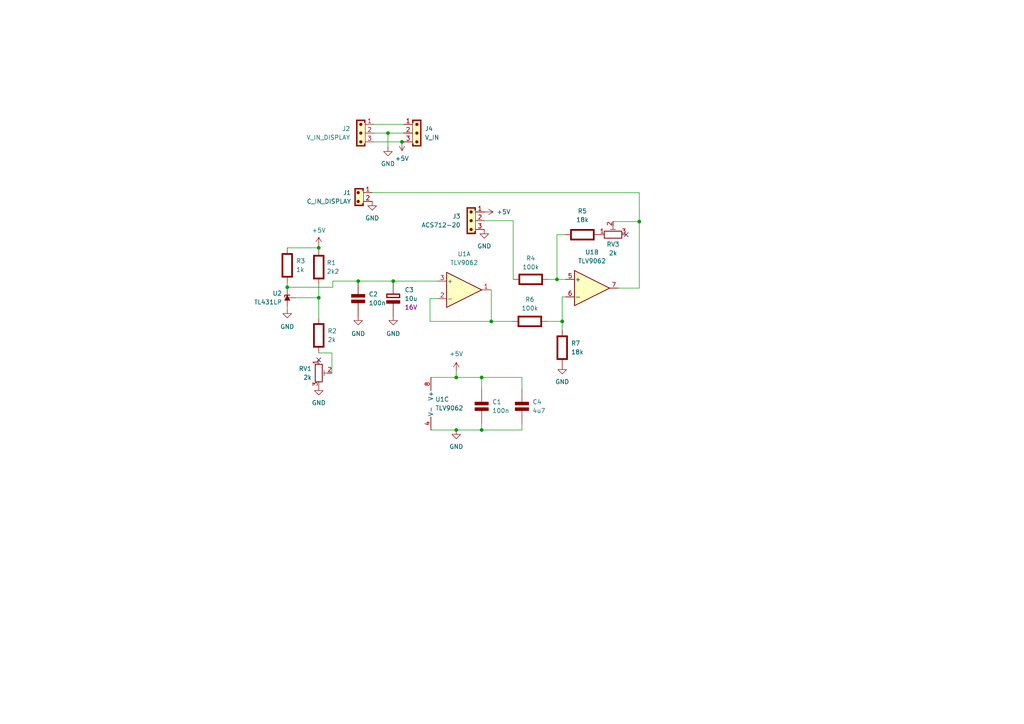
<source format=kicad_sch>
(kicad_sch (version 20250114) (generator "eeschema") (generator_version "9.0")
  (paper "A4")
  (lib_symbols
    (symbol "Amplifier_Operational:TLV9062" (pin_names (offset 0.127))
      (property "Reference" "U" (at 0 5.08 0))
      (property "Value" "TLV9062" (at 0 -5.08 0))
      (symbol "TLV9062_1_1"
        (polyline (pts (xy -5.08 5.08) (xy 5.08 0) (xy -5.08 -5.08) (xy -5.08 5.08)) (stroke (width 0.254)) (fill (type background)))
        (pin input line (at -7.62 2.54 0) (length 2.54) (name "+") (number "3"))
        (pin input line (at -7.62 -2.54 0) (length 2.54) (name "-") (number "2"))
        (pin output line (at 7.62 0 180) (length 2.54) (name "~") (number "1"))
      )
      (symbol "TLV9062_2_1"
        (polyline (pts (xy -5.08 5.08) (xy 5.08 0) (xy -5.08 -5.08) (xy -5.08 5.08)) (stroke (width 0.254)) (fill (type background)))
        (pin input line (at -7.62 2.54 0) (length 2.54) (name "+") (number "5"))
        (pin input line (at -7.62 -2.54 0) (length 2.54) (name "-") (number "6"))
        (pin output line (at 7.62 0 180) (length 2.54) (name "~") (number "7"))
      )
      (symbol "TLV9062_3_1"
        (pin power_in line (at -2.54 7.62 270) (length 3.81) (name "V+") (number "8"))
        (pin power_in line (at -2.54 -7.62 90) (length 3.81) (name "V-") (number "4"))
      )
    )
    (symbol "Device:R_Potentiometer_Trim" (pin_names (offset 1.016) (hide yes))
      (property "Reference" "RV" (at -4.445 0 90))
      (property "Value" "R_Potentiometer_Trim" (at -2.54 0 90))
      (symbol "R_Potentiometer_Trim_0_1"
        (rectangle (start 1.016 2.54) (end -1.016 -2.54) (stroke (width 0.254)))
        (polyline (pts (xy 1.524 0.762) (xy 1.524 -0.762)))
        (polyline (pts (xy 2.54 0) (xy 1.524 0)))
      )
      (symbol "R_Potentiometer_Trim_1_1"
        (pin passive line (at 0 3.81 270) (length 1.27) (name "1") (number "1"))
        (pin passive line (at 0 -3.81 90) (length 1.27) (name "3") (number "3"))
        (pin passive line (at 3.81 0 180) (length 1.27) (name "2") (number "2"))
      )
    )
    (symbol "PCM_4ms_Connector:+5V" (power) (pin_numbers (hide yes)) (pin_names (offset 0) (hide yes))
      (property "Value" "+5V" (at 0 3.556 0))
      (symbol "+5V_0_1"
        (polyline (pts (xy -0.762 1.27) (xy 0 2.54)))
        (polyline (pts (xy 0 2.54) (xy 0.762 1.27)))
        (polyline (pts (xy 0 0) (xy 0 2.54)))
      )
      (symbol "+5V_1_1"
        (pin power_in line (at 0 0 90) (length 0) (name "~") (number "1"))
      )
    )
    (symbol "PCM_4ms_Connector:C" (pin_numbers (hide yes)) (pin_names (offset 0) (hide yes))
      (property "Reference" "C" (at 0.635 3.175 0))
      (property "Value" "C" (at 0.635 -3.175 0))
      (symbol "C_1_1"
        (rectangle (start -1.905 1.1938) (end 1.905 0.4318) (stroke (width 0.254)) (fill (type outline)))
        (rectangle (start -1.905 -0.4318) (end 1.905 -1.1938) (stroke (width 0.254)) (fill (type outline)))
        (pin passive line (at 0 5.08 270) (length 3.8862) (name "+") (number "1"))
        (pin passive line (at 0 -5.08 90) (length 3.8862) (name "-") (number "2"))
      )
      (symbol "C_1_2"
        (polyline (pts (xy -1.905 0.4318) (xy 1.905 0.4318) (xy 1.905 1.4986) (xy -1.905 1.4986) (xy -1.905 0.4318) (xy -1.8034 0.5334) (xy -1.8034 1.397) (xy 1.8034 1.397) (xy 1.8034 0.5334) (xy -1.8034 0.5334) (xy -1.905 0.4318)) (stroke (width 0.254)) (fill (type outline)))
        (polyline (pts (xy -1.905 -1.4986) (xy 1.905 -1.4986) (xy 1.905 -0.4318) (xy -1.905 -0.4318) (xy -1.905 -1.4986) (xy -1.8034 -1.397) (xy -1.8034 -0.5334) (xy 1.8034 -0.5334) (xy 1.8034 -1.397) (xy -1.8034 -1.397) (xy -1.905 -1.4986)) (stroke (width 0.254)) (fill (type outline)))
        (pin passive line (at 0 5.08 270) (length 3.5814) (name "+") (number "1"))
        (pin passive line (at 0 -5.08 90) (length 3.5814) (name "-") (number "2"))
      )
    )
    (symbol "PCM_4ms_Connector:C-polar" (pin_numbers (hide yes)) (pin_names (offset 0) (hide yes))
      (property "Reference" "C" (at 0.635 3.175 0))
      (property "Value" "C-polar" (at 0.635 -3.175 0))
      (property "Rating" "V" (at -0.635 -3.175 0))
      (symbol "C-polar_1_1"
        (polyline (pts (xy -1.905 0.2794) (xy 1.905 0.2794) (xy 1.905 1.3462) (xy -1.905 1.3462) (xy -1.905 0.2794) (xy -1.8034 0.381) (xy -1.8034 1.2446) (xy 1.8034 1.2446) (xy 1.8034 0.381) (xy -1.8034 0.381) (xy -1.905 0.2794)) (stroke (width 0.254)) (fill (type outline)))
        (rectangle (start -1.905 -0.5842) (end 1.905 -1.3462) (stroke (width 0.254)) (fill (type outline)))
        (pin passive line (at 0 5.08 270) (length 3.7338) (name "+") (number "1"))
        (pin passive line (at 0 -5.08 90) (length 3.7338) (name "-") (number "2"))
      )
      (symbol "C-polar_1_2"
        (polyline (pts (xy -1.905 0.4318) (xy 1.905 0.4318) (xy 1.905 1.4986) (xy -1.905 1.4986) (xy -1.905 0.4318) (xy -1.8034 0.5334) (xy -1.8034 1.397) (xy 1.8034 1.397) (xy 1.8034 0.5334) (xy -1.8034 0.5334) (xy -1.905 0.4318)) (stroke (width 0.254)) (fill (type outline)))
        (rectangle (start -1.905 -0.4318) (end 1.905 -1.1938) (stroke (width 0.254)) (fill (type outline)))
        (pin passive line (at 0 5.08 270) (length 3.5814) (name "+") (number "1"))
        (pin passive line (at 0 -5.08 90) (length 3.8862) (name "-") (number "2"))
      )
    )
    (symbol "PCM_4ms_Connector:GND" (power) (pin_numbers (hide yes)) (pin_names (offset 0) (hide yes))
      (property "Value" "GND" (at 0 -3.81 0))
      (symbol "GND_0_1"
        (polyline (pts (xy 0 0) (xy 0 -1.27) (xy 1.27 -1.27) (xy 0 -2.54) (xy -1.27 -1.27) (xy 0 -1.27)))
      )
      (symbol "GND_1_1"
        (pin power_in line (at 0 0 270) (length 0) (name "~") (number "1"))
      )
    )
    (symbol "PCM_4ms_Connector:R" (pin_numbers (hide yes)) (pin_names (offset 0) (hide yes))
      (property "Reference" "R" (at 2.54 3.175 0))
      (property "Value" "R" (at 0 0 90))
      (symbol "R_1_1"
        (polyline (pts (xy -1.524 -3.429) (xy 1.524 -3.429) (xy 1.524 3.429) (xy -1.524 3.429) (xy -1.524 -3.429) (xy -1.27 -3.175) (xy -1.27 3.175) (xy 1.27 3.175) (xy 1.27 -3.175) (xy -1.27 -3.175) (xy -1.524 -3.429)) (stroke (width 0.254)) (fill (type outline)))
        (pin passive line (at 0 5.08 270) (length 1.651) (name "+") (number "1"))
        (pin passive line (at 0 -5.08 90) (length 1.651) (name "-") (number "2"))
      )
      (symbol "R_1_2"
        (polyline (pts (xy -0.508 -3.429) (xy 1.524 -3.429) (xy 1.524 3.429) (xy -0.508 3.429) (xy -0.508 3.175) (xy 1.27 3.175) (xy 1.27 -3.175) (xy -0.508 -3.175) (xy -0.508 -3.429)) (stroke (width 0.254)) (fill (type outline)))
        (pin passive line (at 0 5.08 270) (length 1.651) (name "+") (number "1"))
        (pin passive line (at 0 -5.08 90) (length 1.651) (name "-") (number "2"))
      )
      (symbol "R_1_3"
        (polyline (pts (xy 0 3.4798) (xy 0 3.2004) (xy 0.7112 2.794) (xy -1.1938 1.6764) (xy 0.7112 0.5588) (xy -1.1938 -0.5588) (xy 0.7112 -1.6764) (xy -1.1938 -2.794) (xy 0 -3.4798) (xy 0 -3.2004) (xy -0.7112 -2.794) (xy 1.1938 -1.6764) (xy -0.7112 -0.5588) (xy 1.1938 0.5588) (xy -0.7112 1.6764) (xy 1.1938 2.794) (xy 0 3.4798)) (stroke (width 0.254)) (fill (type outline)))
        (pin passive line (at 0 5.08 270) (length 1.6002) (name "+") (number "1"))
        (pin passive line (at 0 -5.08 90) (length 1.6002) (name "-") (number "2"))
      )
      (symbol "R_1_4"
        (polyline (pts (xy 0 4.5466) (xy 0 4.2672) (xy 0.0508 4.2418) (xy 1.016 3.683) (xy -1.524 2.2098) (xy 1.016 0.7366) (xy -1.524 -0.7366) (xy 1.016 -2.2098) (xy -1.524 -3.683) (xy -0.0762 -4.5212) (xy 0 -4.5466) (xy 0 -4.2672) (xy -0.0508 -4.2418) (xy -1.016 -3.683) (xy 1.524 -2.2098) (xy -1.016 -0.7366) (xy 1.524 0.7366) (xy -1.016 2.2098) (xy 1.524 3.683) (xy 0.0762 4.5212) (xy 0 4.5466)) (stroke (width 0.254)) (fill (type outline)))
        (pin passive line (at 0 5.08 270) (length 0.5334) (name "+") (number "1"))
        (pin passive line (at 0 -5.08 90) (length 0.5334) (name "-") (number "2"))
      )
    )
    (symbol "PCM_4ms_Connector:TL431LP" (pin_numbers (hide yes)) (pin_names (hide yes))
      (property "Reference" "U" (at -2.54 2.54 0))
      (property "Value" "TL431LP" (at 0 -2.54 0))
      (symbol "TL431LP_0_1"
        (polyline (pts (xy -1.27 0) (xy 0 0) (xy 1.27 0)))
        (polyline (pts (xy -0.762 -0.762) (xy -0.762 0.762) (xy 0.762 0) (xy -0.762 -0.762)) (fill (type outline)))
        (polyline (pts (xy 0.254 -0.762) (xy 0.762 -0.762) (xy 0.762 0.762) (xy 0.762 0.762)) (stroke (width 0.254)))
      )
      (symbol "TL431LP_1_1"
        (pin passive line (at -2.54 0 0) (length 2.54) (name "A") (number "2"))
        (pin passive line (at 0 2.54 270) (length 2.54) (name "REF") (number "1"))
        (pin passive line (at 2.54 0 180) (length 2.54) (name "K") (number "3"))
      )
    )
    (symbol "PCM_SL_Connectors:JST_02"
      (property "Reference" "J" (at 0 7.62 0))
      (property "Value" "JST_02" (at 0 5.08 0))
      (symbol "JST_02_0_1"
        (rectangle (start -1.27 2.54) (end 1.27 -2.54) (fill (type background)))
        (polyline (pts (xy -1.27 -1.778) (xy -1.27 -2.54) (xy 1.27 -2.54) (xy 1.27 -1.778) (xy 1.016 -1.778) (xy 1.016 -2.286) (xy -1.016 -2.286) (xy -1.016 -1.778) (xy -1.27 -1.778)) (fill (type outline)))
        (circle (center 0.254 1.27) (radius 0.381) (fill (type outline)))
        (circle (center 0.254 -1.27) (radius 0.381) (fill (type outline)))
        (rectangle (start 1.016 1.778) (end 1.27 -1.778) (fill (type outline)))
        (polyline (pts (xy 1.27 1.778) (xy 1.27 2.54) (xy -1.27 2.54) (xy -1.27 1.778) (xy -1.016 1.778) (xy -1.016 2.286) (xy 1.016 2.286) (xy 1.016 1.778) (xy 1.27 1.778)) (fill (type outline)))
      )
      (symbol "JST_02_1_1"
        (pin passive line (at -3.81 1.27 0) (length 2.54) (name "") (number "1"))
        (pin passive line (at -3.81 -1.27 0) (length 2.54) (name "") (number "2"))
      )
    )
    (symbol "PCM_SL_Connectors:JST_03"
      (property "Reference" "J" (at 0 8.89 0))
      (property "Value" "JST_03" (at 0 6.35 0))
      (symbol "JST_03_0_1"
        (rectangle (start -1.27 3.81) (end 1.27 -3.81) (fill (type background)))
        (polyline (pts (xy -1.27 -3.048) (xy -1.27 -3.81) (xy 1.27 -3.81) (xy 1.27 -3.048) (xy 1.016 -3.048) (xy 1.016 -3.556) (xy -1.016 -3.556) (xy -1.016 -3.048) (xy -1.27 -3.048)) (fill (type outline)))
        (circle (center 0 2.54) (radius 0.381) (fill (type outline)))
        (circle (center 0 0) (radius 0.381) (fill (type outline)))
        (circle (center 0 -2.54) (radius 0.381) (fill (type outline)))
        (rectangle (start 1.016 3.048) (end 1.27 -3.048) (fill (type outline)))
        (polyline (pts (xy 1.27 3.048) (xy 1.27 3.81) (xy -1.27 3.81) (xy -1.27 3.048) (xy -1.016 3.048) (xy -1.016 3.556) (xy 1.016 3.556) (xy 1.016 3.048) (xy 1.27 3.048)) (fill (type outline)))
      )
      (symbol "JST_03_1_1"
        (pin passive line (at -3.81 2.54 0) (length 2.54) (name "") (number "1"))
        (pin passive line (at -3.81 0 0) (length 2.54) (name "") (number "2"))
        (pin passive line (at -3.81 -2.54 0) (length 2.54) (name "") (number "3"))
      )
    )
  )
  (junction (at 139.7 124.714))
  (junction (at 116.586 41.148))
  (junction (at 112.522 38.608))
  (junction (at 114.046 81.534))
  (junction (at 142.494 93.218))
  (junction (at 163.068 93.218))
  (junction (at 161.544 81.026))
  (junction (at 132.334 109.474))
  (junction (at 132.334 124.714))
  (junction (at 139.7 109.474))
  (junction (at 92.456 71.882))
  (junction (at 92.456 86.36))
  (junction (at 103.886 81.534))
  (junction (at 83.312 83.312))
  (junction (at 185.42 64.262))
  (no_connect (at 92.456 104.394))
  (no_connect (at 181.61 68.072))
  (wire (pts (xy 163.83 68.072) (xy 161.544 68.072)))
  (wire (pts (xy 83.312 83.312) (xy 83.312 83.82)))
  (wire (pts (xy 139.7 124.714) (xy 139.7 122.936)))
  (wire (pts (xy 96.52 83.312) (xy 83.312 83.312)))
  (wire (pts (xy 163.068 86.106) (xy 163.068 93.218)))
  (wire (pts (xy 151.384 124.714) (xy 139.7 124.714)))
  (wire (pts (xy 142.494 93.218) (xy 148.59 93.218)))
  (wire (pts (xy 83.312 82.042) (xy 83.312 83.312)))
  (wire (pts (xy 103.886 81.534) (xy 114.046 81.534)))
  (wire (pts (xy 124.714 86.614) (xy 124.714 93.218)))
  (wire (pts (xy 185.42 83.566) (xy 185.42 64.262)))
  (wire (pts (xy 148.844 64.008) (xy 148.844 81.026)))
  (wire (pts (xy 142.494 93.218) (xy 142.494 84.074)))
  (wire (pts (xy 124.968 124.714) (xy 132.334 124.714)))
  (wire (pts (xy 142.494 84.074) (xy 142.24 84.074)))
  (wire (pts (xy 114.046 81.534) (xy 127 81.534)))
  (wire (pts (xy 159.004 81.026) (xy 161.544 81.026)))
  (wire (pts (xy 108.458 41.148) (xy 116.586 41.148)))
  (wire (pts (xy 83.312 89.662) (xy 83.312 88.9)))
  (wire (pts (xy 158.75 93.218) (xy 163.068 93.218)))
  (wire (pts (xy 96.52 81.534) (xy 96.52 83.312)))
  (wire (pts (xy 117.094 36.068) (xy 108.458 36.068)))
  (wire (pts (xy 132.334 124.714) (xy 139.7 124.714)))
  (wire (pts (xy 185.42 55.88) (xy 107.95 55.88)))
  (wire (pts (xy 140.462 64.008) (xy 148.844 64.008)))
  (wire (pts (xy 139.7 109.474) (xy 139.7 112.776)))
  (wire (pts (xy 103.886 81.534) (xy 96.52 81.534)))
  (wire (pts (xy 92.456 71.882) (xy 92.456 72.39)))
  (wire (pts (xy 163.068 93.218) (xy 163.068 95.758)))
  (wire (pts (xy 151.384 109.474) (xy 139.7 109.474)))
  (wire (pts (xy 112.522 38.608) (xy 112.522 42.672)))
  (wire (pts (xy 127 86.614) (xy 124.714 86.614)))
  (wire (pts (xy 83.312 71.882) (xy 92.456 71.882)))
  (wire (pts (xy 92.456 86.36) (xy 85.852 86.36)))
  (wire (pts (xy 161.544 81.026) (xy 164.084 81.026)))
  (wire (pts (xy 132.334 109.474) (xy 124.968 109.474)))
  (wire (pts (xy 185.42 64.262) (xy 185.42 55.88)))
  (wire (pts (xy 96.266 102.362) (xy 92.456 102.362)))
  (wire (pts (xy 164.084 86.106) (xy 163.068 86.106)))
  (wire (pts (xy 92.456 82.55) (xy 92.456 86.36)))
  (wire (pts (xy 117.094 38.608) (xy 112.522 38.608)))
  (wire (pts (xy 96.266 108.204) (xy 96.266 102.362)))
  (wire (pts (xy 179.324 83.566) (xy 185.42 83.566)))
  (wire (pts (xy 92.456 86.36) (xy 92.456 92.202)))
  (wire (pts (xy 151.384 112.776) (xy 151.384 109.474)))
  (wire (pts (xy 92.456 71.374) (xy 92.456 71.882)))
  (wire (pts (xy 177.8 64.262) (xy 185.42 64.262)))
  (wire (pts (xy 161.544 68.072) (xy 161.544 81.026)))
  (wire (pts (xy 112.522 38.608) (xy 108.458 38.608)))
  (wire (pts (xy 139.7 109.474) (xy 132.334 109.474)))
  (wire (pts (xy 124.714 93.218) (xy 142.494 93.218)))
  (wire (pts (xy 151.384 122.936) (xy 151.384 124.714)))
  (wire (pts (xy 116.586 41.148) (xy 117.094 41.148)))
  (wire (pts (xy 132.334 107.696) (xy 132.334 109.474)))
  (symbol (lib_id "PCM_4ms_Connector:R") (at 153.67 93.218 90) (unit 1)
    (property "Reference" "R6" (at 153.67 86.868 90))
    (property "Value" "100k" (at 153.67 89.408 90))
    (property "Footprint" "Resistor_THT:R_Axial_DIN0309_L9.0mm_D3.2mm_P15.24mm_Horizontal" (effects (hide yes)))
    (property "Description" "resistor" (effects (hide yes)))
    (property "Indicator" "+" (effects (hide yes)))
    (property "Rating" "%1" (effects (hide yes)))
  )
  (symbol (lib_id "PCM_4ms_Connector:R") (at 83.312 76.962 0) (unit 1)
    (property "Reference" "R3" (at 85.852 75.6919 0) (effects (justify left)))
    (property "Value" "1k" (at 85.852 78.2319 0) (effects (justify left)))
    (property "Footprint" "Resistor_THT:R_Axial_DIN0204_L3.6mm_D1.6mm_P7.62mm_Horizontal" (effects (hide yes)))
    (property "Description" "resistor" (effects (hide yes)))
    (property "Indicator" "+" (effects (hide yes)))
  )
  (symbol (lib_id "PCM_4ms_Connector:GND") (at 107.95 58.42 0) (unit 1)
    (property "Reference" "#PWR03" (effects (hide yes)))
    (property "Value" "GND" (at 107.95 63.246 0))
    (property "Description" "Power symbol creates a global label with name \"GND\" , ground" (effects (hide yes)))
  )
  (symbol (lib_id "Device:R_Potentiometer_Trim") (at 177.8 68.072 90) (unit 1)
    (property "Reference" "RV3" (at 177.8 70.866 90))
    (property "Value" "2k" (at 177.8 73.406 90))
    (property "Footprint" "Potentiometer_THT:Potentiometer_Bourns_3296W_Vertical" (effects (hide yes)))
    (property "Description" "Trim-potentiometer" (effects (hide yes)))
  )
  (symbol (lib_id "PCM_4ms_Connector:GND") (at 112.522 42.672 0) (unit 1)
    (property "Reference" "#PWR01" (effects (hide yes)))
    (property "Value" "GND" (at 112.522 47.498 0))
    (property "Description" "Power symbol creates a global label with name \"GND\" , ground" (effects (hide yes)))
  )
  (symbol (lib_id "PCM_4ms_Connector:+5V") (at 140.462 61.468 270) (unit 1)
    (property "Reference" "#PWR011" (effects (hide yes)))
    (property "Value" "+5V" (at 144.018 61.4679 90) (effects (justify left)))
    (property "Description" "Power symbol creates a global label with name \"+5V\"" (effects (hide yes)))
  )
  (symbol (lib_id "PCM_4ms_Connector:GND") (at 132.334 124.714 0) (unit 1)
    (property "Reference" "#PWR05" (effects (hide yes)))
    (property "Value" "GND" (at 132.334 129.54 0))
    (property "Description" "Power symbol creates a global label with name \"GND\" , ground" (effects (hide yes)))
  )
  (symbol (lib_id "Amplifier_Operational:TLV9062") (at 134.62 84.074 0) (unit 1)
    (property "Reference" "U1" (at 134.62 73.66 0))
    (property "Value" "TLV9062" (at 134.62 76.2 0))
    (property "Footprint" "Package_DIP:DIP-8_W7.62mm_Socket" (effects (hide yes)))
    (property "Datasheet" "https://www.ti.com/lit/ds/symlink/tlv9062.pdf" (effects (hide yes)))
    (property "Description" "Dual Operational Amplifiers, SOIC-8/TSSOP-8/VSSOP-8" (effects (hide yes)))
  )
  (symbol (lib_id "PCM_4ms_Connector:GND") (at 140.462 66.548 0) (unit 1)
    (property "Reference" "#PWR012" (effects (hide yes)))
    (property "Value" "GND" (at 140.462 71.374 0))
    (property "Description" "Power symbol creates a global label with name \"GND\" , ground" (effects (hide yes)))
  )
  (symbol (lib_id "PCM_4ms_Connector:TL431LP") (at 83.312 86.36 270) (mirror x) (unit 1)
    (property "Reference" "U2" (at 81.788 85.0899 90) (effects (justify right)))
    (property "Value" "TL431LP" (at 81.788 87.6299 90) (effects (justify right)))
    (property "Footprint" "Package_TO_SOT_THT:TO-92_Inline" (effects (hide yes)))
    (property "Datasheet" "http://www.ti.com/lit/ds/symlink/tl431.pdf" (effects (hide yes)))
    (property "Description" "Shunt Regulator, TO-92" (effects (hide yes)))
  )
  (symbol (lib_id "PCM_4ms_Connector:R") (at 168.91 68.072 90) (unit 1)
    (property "Reference" "R5" (at 168.91 61.214 90))
    (property "Value" "18k" (at 168.91 63.754 90))
    (property "Footprint" "Resistor_THT:R_Axial_DIN0204_L3.6mm_D1.6mm_P7.62mm_Horizontal" (effects (hide yes)))
    (property "Description" "resistor" (effects (hide yes)))
    (property "Indicator" "+" (effects (hide yes)))
    (property "Rating" "%1" (effects (hide yes)))
  )
  (symbol (lib_id "Amplifier_Operational:TLV9062") (at 127.508 117.094 0) (unit 3)
    (property "Reference" "U1" (at 126.238 115.8239 0) (effects (justify left)))
    (property "Value" "TLV9062" (at 126.238 118.3639 0) (effects (justify left)))
    (property "Footprint" "Package_DIP:DIP-8_W7.62mm_Socket" (effects (hide yes)))
    (property "Datasheet" "https://www.ti.com/lit/ds/symlink/tlv9062.pdf" (effects (hide yes)))
    (property "Description" "Dual Operational Amplifiers, SOIC-8/TSSOP-8/VSSOP-8" (effects (hide yes)))
  )
  (symbol (lib_id "PCM_4ms_Connector:R") (at 163.068 100.838 0) (unit 1)
    (property "Reference" "R7" (at 165.608 99.5679 0) (effects (justify left)))
    (property "Value" "18k" (at 165.608 102.1079 0) (effects (justify left)))
    (property "Footprint" "Resistor_THT:R_Axial_DIN0204_L3.6mm_D1.6mm_P7.62mm_Horizontal" (effects (hide yes)))
    (property "Description" "resistor" (effects (hide yes)))
    (property "Indicator" "+" (effects (hide yes)))
    (property "Rating" "%1" (effects (hide yes)))
  )
  (symbol (lib_id "PCM_4ms_Connector:R") (at 153.924 81.026 90) (unit 1)
    (property "Reference" "R4" (at 153.924 74.93 90))
    (property "Value" "100k" (at 153.924 77.47 90))
    (property "Footprint" "Resistor_THT:R_Axial_DIN0204_L3.6mm_D1.6mm_P7.62mm_Horizontal" (effects (hide yes)))
    (property "Description" "resistor" (effects (hide yes)))
    (property "Indicator" "+" (effects (hide yes)))
    (property "Rating" "%1" (effects (hide yes)))
  )
  (symbol (lib_id "Device:R_Potentiometer_Trim") (at 92.456 108.204 0) (unit 1)
    (property "Reference" "RV1" (at 90.424 106.9339 0) (effects (justify right)))
    (property "Value" "2k" (at 90.424 109.4739 0) (effects (justify right)))
    (property "Footprint" "Potentiometer_THT:Potentiometer_Bourns_3296W_Vertical" (effects (hide yes)))
    (property "Description" "Trim-potentiometer" (effects (hide yes)))
  )
  (symbol (lib_id "PCM_4ms_Connector:R") (at 92.456 77.47 0) (unit 1)
    (property "Reference" "R1" (at 94.742 76.1999 0) (effects (justify left)))
    (property "Value" "2k2" (at 94.742 78.7399 0) (effects (justify left)))
    (property "Footprint" "Resistor_THT:R_Axial_DIN0204_L3.6mm_D1.6mm_P7.62mm_Horizontal" (effects (hide yes)))
    (property "Description" "resistor" (effects (hide yes)))
    (property "Indicator" "+" (effects (hide yes)))
  )
  (symbol (lib_id "PCM_4ms_Connector:+5V") (at 116.586 41.148 180) (unit 1)
    (property "Reference" "#PWR02" (effects (hide yes)))
    (property "Value" "+5V" (at 116.586 45.974 0))
    (property "Description" "Power symbol creates a global label with name \"+5V\"" (effects (hide yes)))
  )
  (symbol (lib_id "Amplifier_Operational:TLV9062") (at 171.704 83.566 0) (unit 2)
    (property "Reference" "U1" (at 171.704 73.152 0))
    (property "Value" "TLV9062" (at 171.704 75.692 0))
    (property "Footprint" "Package_DIP:DIP-8_W7.62mm_Socket" (effects (hide yes)))
    (property "Datasheet" "https://www.ti.com/lit/ds/symlink/tlv9062.pdf" (effects (hide yes)))
    (property "Description" "Dual Operational Amplifiers, SOIC-8/TSSOP-8/VSSOP-8" (effects (hide yes)))
  )
  (symbol (lib_id "PCM_SL_Connectors:JST_02") (at 104.14 57.15 0) (mirror y) (unit 1)
    (property "Reference" "J1" (at 101.854 55.8799 0) (effects (justify left)))
    (property "Value" "C_IN_DISPLAY" (at 101.854 58.4199 0) (effects (justify left)))
    (property "Footprint" "Connector_PinHeader_2.54mm:PinHeader_1x02_P2.54mm_Vertical" (effects (hide yes)))
    (property "Description" "JST Connector  2 pins" (effects (hide yes)))
  )
  (symbol (lib_id "PCM_4ms_Connector:+5V") (at 92.456 71.374 0) (unit 1)
    (property "Reference" "#PWR08" (effects (hide yes)))
    (property "Value" "+5V" (at 92.456 66.802 0))
    (property "Description" "Power symbol creates a global label with name \"+5V\"" (effects (hide yes)))
  )
  (symbol (lib_id "PCM_4ms_Connector:GND") (at 83.312 89.662 0) (unit 1)
    (property "Reference" "#PWR07" (effects (hide yes)))
    (property "Value" "GND" (at 83.312 94.742 0))
    (property "Description" "Power symbol creates a global label with name \"GND\" , ground" (effects (hide yes)))
  )
  (symbol (lib_id "PCM_4ms_Connector:GND") (at 163.068 105.918 0) (unit 1)
    (property "Reference" "#PWR010" (effects (hide yes)))
    (property "Value" "GND" (at 163.068 110.744 0))
    (property "Description" "Power symbol creates a global label with name \"GND\" , ground" (effects (hide yes)))
  )
  (symbol (lib_id "PCM_SL_Connectors:JST_03") (at 104.648 38.608 0) (mirror y) (unit 1)
    (property "Reference" "J2" (at 101.6 37.3379 0) (effects (justify left)))
    (property "Value" "V_IN_DISPLAY" (at 101.6 39.8779 0) (effects (justify left)))
    (property "Footprint" "Connector_PinHeader_2.54mm:PinHeader_1x03_P2.54mm_Vertical" (effects (hide yes)))
    (property "Description" "JST Connector  3 pins" (effects (hide yes)))
  )
  (symbol (lib_id "PCM_4ms_Connector:C") (at 139.7 117.856 0) (unit 1)
    (property "Reference" "C1" (at 142.748 116.5859 0) (effects (justify left)))
    (property "Value" "100n" (at 142.748 119.1259 0) (effects (justify left)))
    (property "Footprint" "Capacitor_THT:C_Disc_D5.0mm_W2.5mm_P5.00mm" (effects (hide yes)))
    (property "Description" "capacitor, non-polarized/bipolar" (effects (hide yes)))
    (property "Indicator" "+" (effects (hide yes)))
    (property "Rating" "50V" (effects (hide yes)))
  )
  (symbol (lib_id "PCM_SL_Connectors:JST_03") (at 120.904 38.608 0) (unit 1)
    (property "Reference" "J4" (at 123.19 37.3379 0) (effects (justify left)))
    (property "Value" "V_IN" (at 123.19 39.8779 0) (effects (justify left)))
    (property "Footprint" "Connector_JST:JST_XH_B3B-XH-A_1x03_P2.50mm_Vertical" (effects (hide yes)))
    (property "Description" "JST Connector  3 pins" (effects (hide yes)))
  )
  (symbol (lib_id "PCM_4ms_Connector:C-polar") (at 114.046 86.614 0) (unit 1)
    (property "Reference" "C3" (at 117.348 84.0739 0) (effects (justify left)))
    (property "Value" "10u" (at 117.348 86.6139 0) (effects (justify left)))
    (property "Footprint" "Capacitor_THT:CP_Radial_Tantal_D4.5mm_P5.00mm" (effects (hide yes)))
    (property "Description" "Tantalium" (effects (hide yes)))
    (property "Indicator" "+" (effects (hide yes)))
    (property "Rating" "16V" (at 117.348 89.1539 0) (effects (justify left)))
  )
  (symbol (lib_id "PCM_4ms_Connector:C") (at 151.384 117.856 0) (unit 1)
    (property "Reference" "C4" (at 154.432 116.5859 0) (effects (justify left)))
    (property "Value" "4u7" (at 154.432 119.1259 0) (effects (justify left)))
    (property "Footprint" "Capacitor_THT:C_Disc_D5.0mm_W2.5mm_P5.00mm" (effects (hide yes)))
    (property "Description" "capacitor, non-polarized/bipolar" (effects (hide yes)))
    (property "Indicator" "+" (effects (hide yes)))
    (property "Rating" "50V" (effects (hide yes)))
  )
  (symbol (lib_id "PCM_4ms_Connector:GND") (at 114.046 91.694 0) (unit 1)
    (property "Reference" "#PWR013" (effects (hide yes)))
    (property "Value" "GND" (at 114.046 96.774 0))
    (property "Description" "Power symbol creates a global label with name \"GND\" , ground" (effects (hide yes)))
  )
  (symbol (lib_id "PCM_SL_Connectors:JST_03") (at 136.652 64.008 0) (mirror y) (unit 1)
    (property "Reference" "J3" (at 133.604 62.7379 0) (effects (justify left)))
    (property "Value" "ACS712-20" (at 133.604 65.2779 0) (effects (justify left)))
    (property "Footprint" "Connector_PinHeader_2.54mm:PinHeader_1x03_P2.54mm_Vertical" (effects (hide yes)))
    (property "Description" "JST Connector  3 pins" (effects (hide yes)))
  )
  (symbol (lib_id "PCM_4ms_Connector:GND") (at 103.886 91.694 0) (unit 1)
    (property "Reference" "#PWR09" (effects (hide yes)))
    (property "Value" "GND" (at 103.886 96.774 0))
    (property "Description" "Power symbol creates a global label with name \"GND\" , ground" (effects (hide yes)))
  )
  (symbol (lib_id "PCM_4ms_Connector:GND") (at 92.456 112.014 0) (unit 1)
    (property "Reference" "#PWR06" (effects (hide yes)))
    (property "Value" "GND" (at 92.456 116.84 0))
    (property "Description" "Power symbol creates a global label with name \"GND\" , ground" (effects (hide yes)))
  )
  (symbol (lib_id "PCM_4ms_Connector:R") (at 92.456 97.282 0) (unit 1)
    (property "Reference" "R2" (at 94.996 96.0119 0) (effects (justify left)))
    (property "Value" "2k" (at 94.996 98.5519 0) (effects (justify left)))
    (property "Footprint" "Resistor_THT:R_Axial_DIN0204_L3.6mm_D1.6mm_P7.62mm_Horizontal" (effects (hide yes)))
    (property "Description" "resistor" (effects (hide yes)))
    (property "Indicator" "+" (effects (hide yes)))
  )
  (symbol (lib_id "PCM_4ms_Connector:+5V") (at 132.334 107.696 0) (unit 1)
    (property "Reference" "#PWR04" (effects (hide yes)))
    (property "Value" "+5V" (at 132.334 102.616 0))
    (property "Description" "Power symbol creates a global label with name \"+5V\"" (effects (hide yes)))
  )
  (symbol (lib_id "PCM_4ms_Connector:C") (at 103.886 86.614 0) (unit 1)
    (property "Reference" "C2" (at 106.934 85.3439 0) (effects (justify left)))
    (property "Value" "100n" (at 106.934 87.8839 0) (effects (justify left)))
    (property "Footprint" "Capacitor_THT:C_Disc_D5.0mm_W2.5mm_P5.00mm" (effects (hide yes)))
    (property "Description" "capacitor, non-polarized/bipolar" (effects (hide yes)))
    (property "Indicator" "+" (effects (hide yes)))
    (property "Rating" "50V" (effects (hide yes)))
  )
)
</source>
